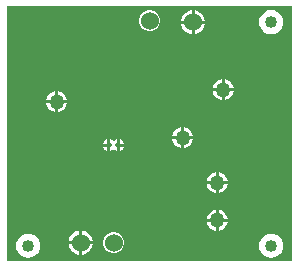
<source format=gbl>
G04*
G04 #@! TF.GenerationSoftware,Altium Limited,Altium Designer,22.10.1 (41)*
G04*
G04 Layer_Physical_Order=2*
G04 Layer_Color=16711680*
%FSLAX44Y44*%
%MOMM*%
G71*
G04*
G04 #@! TF.SameCoordinates,1FFB8BF8-2B07-4287-B8AF-9A6C265E6988*
G04*
G04*
G04 #@! TF.FilePolarity,Positive*
G04*
G01*
G75*
%ADD32C,1.0160*%
%ADD33C,1.5240*%
%ADD34C,0.5000*%
%ADD35C,1.2700*%
G36*
X1003250Y11480D02*
X762050D01*
Y227280D01*
X1003250D01*
Y11480D01*
D02*
G37*
%LPC*%
G36*
X920818Y223520D02*
X920750D01*
Y214630D01*
X929640D01*
Y214698D01*
X928948Y217282D01*
X927610Y219598D01*
X925718Y221490D01*
X923402Y222828D01*
X920818Y223520D01*
D02*
G37*
G36*
X918210D02*
X918142D01*
X915558Y222828D01*
X913242Y221490D01*
X911350Y219598D01*
X910012Y217282D01*
X909320Y214698D01*
Y214630D01*
X918210D01*
Y223520D01*
D02*
G37*
G36*
X883820D02*
X881480D01*
X879219Y222914D01*
X877191Y221744D01*
X875536Y220089D01*
X874366Y218061D01*
X873760Y215800D01*
Y213460D01*
X874366Y211199D01*
X875536Y209171D01*
X877191Y207516D01*
X879219Y206346D01*
X881480Y205740D01*
X883820D01*
X886081Y206346D01*
X888109Y207516D01*
X889764Y209171D01*
X890934Y211199D01*
X891540Y213460D01*
Y215800D01*
X890934Y218061D01*
X889764Y220089D01*
X888109Y221744D01*
X886081Y222914D01*
X883820Y223520D01*
D02*
G37*
G36*
X929640Y212090D02*
X920750D01*
Y203200D01*
X920818D01*
X923402Y203892D01*
X925718Y205230D01*
X927610Y207122D01*
X928948Y209438D01*
X929640Y212022D01*
Y212090D01*
D02*
G37*
G36*
X918210D02*
X909320D01*
Y212022D01*
X910012Y209438D01*
X911350Y207122D01*
X913242Y205230D01*
X915558Y203892D01*
X918142Y203200D01*
X918210D01*
Y212090D01*
D02*
G37*
G36*
X985520Y223608D02*
X982868Y223258D01*
X980396Y222235D01*
X978274Y220606D01*
X976645Y218484D01*
X975621Y216012D01*
X975272Y213360D01*
X975621Y210708D01*
X976645Y208236D01*
X978274Y206114D01*
X980396Y204485D01*
X982868Y203461D01*
X985520Y203112D01*
X988172Y203461D01*
X990644Y204485D01*
X992766Y206114D01*
X994395Y208236D01*
X995418Y210708D01*
X995768Y213360D01*
X995418Y216012D01*
X994395Y218484D01*
X992766Y220606D01*
X990644Y222235D01*
X988172Y223258D01*
X985520Y223608D01*
D02*
G37*
G36*
X946150Y165073D02*
Y157480D01*
X953743D01*
X953164Y159641D01*
X951994Y161669D01*
X950339Y163324D01*
X948311Y164494D01*
X946150Y165073D01*
D02*
G37*
G36*
X943610D02*
X941449Y164494D01*
X939421Y163324D01*
X937766Y161669D01*
X936596Y159641D01*
X936017Y157480D01*
X943610D01*
Y165073D01*
D02*
G37*
G36*
X953743Y154940D02*
X946150D01*
Y147347D01*
X948311Y147926D01*
X950339Y149096D01*
X951994Y150751D01*
X953164Y152779D01*
X953743Y154940D01*
D02*
G37*
G36*
X943610D02*
X936017D01*
X936596Y152779D01*
X937766Y150751D01*
X939421Y149096D01*
X941449Y147926D01*
X943610Y147347D01*
Y154940D01*
D02*
G37*
G36*
X805180Y154913D02*
Y147320D01*
X812773D01*
X812194Y149481D01*
X811024Y151509D01*
X809369Y153164D01*
X807341Y154334D01*
X805180Y154913D01*
D02*
G37*
G36*
X802640D02*
X800479Y154334D01*
X798451Y153164D01*
X796796Y151509D01*
X795626Y149481D01*
X795047Y147320D01*
X802640D01*
Y154913D01*
D02*
G37*
G36*
X812773Y144780D02*
X805180D01*
Y137187D01*
X807341Y137766D01*
X809369Y138936D01*
X811024Y140591D01*
X812194Y142619D01*
X812773Y144780D01*
D02*
G37*
G36*
X802640D02*
X795047D01*
X795626Y142619D01*
X796796Y140591D01*
X798451Y138936D01*
X800479Y137766D01*
X802640Y137187D01*
Y144780D01*
D02*
G37*
G36*
X911860Y124433D02*
Y116840D01*
X919453D01*
X918874Y119001D01*
X917704Y121029D01*
X916049Y122684D01*
X914021Y123854D01*
X911860Y124433D01*
D02*
G37*
G36*
X909320D02*
X907159Y123854D01*
X905131Y122684D01*
X903476Y121029D01*
X902306Y119001D01*
X901727Y116840D01*
X909320D01*
Y124433D01*
D02*
G37*
G36*
X854900Y114149D02*
X853315Y113493D01*
X852170Y112348D01*
X851025Y113493D01*
X849440Y114149D01*
Y109220D01*
Y104291D01*
X851025Y104947D01*
X852170Y106092D01*
X853315Y104947D01*
X854900Y104291D01*
Y109220D01*
Y114149D01*
D02*
G37*
G36*
X857440D02*
Y110490D01*
X861099D01*
X860443Y112075D01*
X859025Y113493D01*
X857440Y114149D01*
D02*
G37*
G36*
X846900D02*
X845315Y113493D01*
X843897Y112075D01*
X843241Y110490D01*
X846900D01*
Y114149D01*
D02*
G37*
G36*
X919453Y114300D02*
X911860D01*
Y106707D01*
X914021Y107286D01*
X916049Y108456D01*
X917704Y110111D01*
X918874Y112139D01*
X919453Y114300D01*
D02*
G37*
G36*
X909320D02*
X901727D01*
X902306Y112139D01*
X903476Y110111D01*
X905131Y108456D01*
X907159Y107286D01*
X909320Y106707D01*
Y114300D01*
D02*
G37*
G36*
X861099Y107950D02*
X857440D01*
Y104291D01*
X859025Y104947D01*
X860443Y106365D01*
X861099Y107950D01*
D02*
G37*
G36*
X846900D02*
X843241D01*
X843897Y106365D01*
X845315Y104947D01*
X846900Y104291D01*
Y107950D01*
D02*
G37*
G36*
X941070Y86333D02*
Y78740D01*
X948663D01*
X948084Y80901D01*
X946914Y82929D01*
X945259Y84584D01*
X943231Y85754D01*
X941070Y86333D01*
D02*
G37*
G36*
X938530D02*
X936369Y85754D01*
X934341Y84584D01*
X932686Y82929D01*
X931516Y80901D01*
X930937Y78740D01*
X938530D01*
Y86333D01*
D02*
G37*
G36*
X948663Y76200D02*
X941070D01*
Y68607D01*
X943231Y69186D01*
X945259Y70356D01*
X946914Y72011D01*
X948084Y74039D01*
X948663Y76200D01*
D02*
G37*
G36*
X938530D02*
X930937D01*
X931516Y74039D01*
X932686Y72011D01*
X934341Y70356D01*
X936369Y69186D01*
X938530Y68607D01*
Y76200D01*
D02*
G37*
G36*
X941070Y54583D02*
Y46990D01*
X948663D01*
X948084Y49151D01*
X946914Y51179D01*
X945259Y52834D01*
X943231Y54004D01*
X941070Y54583D01*
D02*
G37*
G36*
X938530D02*
X936369Y54004D01*
X934341Y52834D01*
X932686Y51179D01*
X931516Y49151D01*
X930937Y46990D01*
X938530D01*
Y54583D01*
D02*
G37*
G36*
X948663Y44450D02*
X941070D01*
Y36857D01*
X943231Y37436D01*
X945259Y38606D01*
X946914Y40261D01*
X948084Y42289D01*
X948663Y44450D01*
D02*
G37*
G36*
X938530D02*
X930937D01*
X931516Y42289D01*
X932686Y40261D01*
X934341Y38606D01*
X936369Y37436D01*
X938530Y36857D01*
Y44450D01*
D02*
G37*
G36*
X825568Y36830D02*
X825500D01*
Y27940D01*
X834390D01*
Y28008D01*
X833698Y30592D01*
X832360Y32908D01*
X830468Y34800D01*
X828152Y36138D01*
X825568Y36830D01*
D02*
G37*
G36*
X822960D02*
X822892D01*
X820308Y36138D01*
X817992Y34800D01*
X816100Y32908D01*
X814762Y30592D01*
X814070Y28008D01*
Y27940D01*
X822960D01*
Y36830D01*
D02*
G37*
G36*
X853340Y35560D02*
X851000D01*
X848739Y34954D01*
X846711Y33784D01*
X845056Y32129D01*
X843886Y30101D01*
X843280Y27840D01*
Y25500D01*
X843886Y23239D01*
X845056Y21211D01*
X846711Y19556D01*
X848739Y18386D01*
X851000Y17780D01*
X853340D01*
X855601Y18386D01*
X857629Y19556D01*
X859284Y21211D01*
X860454Y23239D01*
X861060Y25500D01*
Y27840D01*
X860454Y30101D01*
X859284Y32129D01*
X857629Y33784D01*
X855601Y34954D01*
X853340Y35560D01*
D02*
G37*
G36*
X834390Y25400D02*
X825500D01*
Y16510D01*
X825568D01*
X828152Y17202D01*
X830468Y18540D01*
X832360Y20432D01*
X833698Y22748D01*
X834390Y25332D01*
Y25400D01*
D02*
G37*
G36*
X822960D02*
X814070D01*
Y25332D01*
X814762Y22748D01*
X816100Y20432D01*
X817992Y18540D01*
X820308Y17202D01*
X822892Y16510D01*
X822960D01*
Y25400D01*
D02*
G37*
G36*
X985520Y34378D02*
X982868Y34028D01*
X980396Y33005D01*
X978274Y31376D01*
X976645Y29254D01*
X975621Y26782D01*
X975272Y24130D01*
X975621Y21478D01*
X976645Y19006D01*
X978274Y16884D01*
X980396Y15255D01*
X982868Y14231D01*
X985520Y13882D01*
X988172Y14231D01*
X990644Y15255D01*
X992766Y16884D01*
X994395Y19006D01*
X995418Y21478D01*
X995768Y24130D01*
X995418Y26782D01*
X994395Y29254D01*
X992766Y31376D01*
X990644Y33005D01*
X988172Y34028D01*
X985520Y34378D01*
D02*
G37*
G36*
X779780D02*
X777128Y34028D01*
X774656Y33005D01*
X772534Y31376D01*
X770905Y29254D01*
X769882Y26782D01*
X769532Y24130D01*
X769882Y21478D01*
X770905Y19006D01*
X772534Y16884D01*
X774656Y15255D01*
X777128Y14231D01*
X779780Y13882D01*
X782432Y14231D01*
X784904Y15255D01*
X787026Y16884D01*
X788655Y19006D01*
X789678Y21478D01*
X790028Y24130D01*
X789678Y26782D01*
X788655Y29254D01*
X787026Y31376D01*
X784904Y33005D01*
X782432Y34028D01*
X779780Y34378D01*
D02*
G37*
%LPD*%
D32*
X985520Y213360D02*
D03*
Y24130D02*
D03*
X779780D02*
D03*
D33*
X824230Y26670D02*
D03*
X852170D02*
D03*
X919480Y213360D02*
D03*
X882650Y214630D02*
D03*
D34*
X848170Y109220D02*
D03*
X856170D02*
D03*
D35*
X910590Y115570D02*
D03*
X939800Y77470D02*
D03*
X944880Y156210D02*
D03*
X939800Y45720D02*
D03*
X803910Y146050D02*
D03*
M02*

</source>
